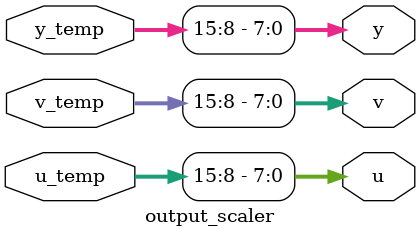
<source format=sv>
module rgb2yuv (
    input [7:0] r, g, b,
    output [7:0] y, u, v
);
    // 内部连线
    wire [15:0] y_temp, u_temp, v_temp;
    
    // 子模块实例化
    y_calculator y_calc (
        .r(r),
        .g(g),
        .b(b),
        .y_temp(y_temp)
    );
    
    u_calculator u_calc (
        .r(r),
        .g(g),
        .b(b),
        .u_temp(u_temp)
    );
    
    v_calculator v_calc (
        .r(r),
        .g(g),
        .b(b),
        .v_temp(v_temp)
    );
    
    output_scaler scaler (
        .y_temp(y_temp),
        .u_temp(u_temp),
        .v_temp(v_temp),
        .y(y),
        .u(u),
        .v(v)
    );
    
endmodule

// Y分量计算子模块
module y_calculator (
    input [7:0] r, g, b,
    output [15:0] y_temp
);
    // Y = 0.257*R + 0.504*G + 0.098*B + 16
    // Scaled as: Y = (66*R + 129*G + 25*B + 128) >> 8
    assign y_temp = 129*g + 66*r + 25*b + 128;
endmodule

// U分量计算子模块
module u_calculator (
    input [7:0] r, g, b,
    output [15:0] u_temp
);
    // U = -0.148*R - 0.291*G + 0.439*B + 128
    // Scaled as: U = (112*B - 38*R - 74*G + 128) >> 8
    assign u_temp = 112*b - 38*r - 74*g + 128;
endmodule

// V分量计算子模块
module v_calculator (
    input [7:0] r, g, b,
    output [15:0] v_temp
);
    // V = 0.439*R - 0.368*G - 0.071*B + 128
    // Scaled as: V = (112*R - 94*G - 18*B + 128) >> 8
    assign v_temp = 112*r - 94*g - 18*b + 128;
endmodule

// 输出缩放子模块
module output_scaler (
    input [15:0] y_temp, u_temp, v_temp,
    output [7:0] y, u, v
);
    // 取高8位作为最终输出（相当于右移8位）
    assign y = y_temp[15:8];
    assign u = u_temp[15:8];
    assign v = v_temp[15:8];
endmodule
</source>
